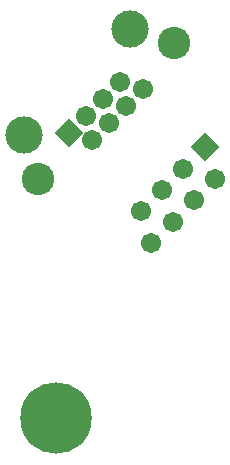
<source format=gbs>
%FSLAX25Y25*%
%MOIN*%
G70*
G01*
G75*
G04 Layer_Color=16711935*
%ADD10R,0.10500X0.04300*%
%ADD11C,0.02000*%
%ADD12C,0.03000*%
%ADD13C,0.23000*%
%ADD14C,0.11614*%
%ADD15C,0.05906*%
%ADD16P,0.08352X4X90.0*%
%ADD17C,0.10000*%
%ADD18C,0.03500*%
%ADD19C,0.03000*%
%ADD20C,0.00787*%
%ADD21C,0.01200*%
%ADD22C,0.00800*%
%ADD23R,0.11300X0.05100*%
%ADD24C,0.03800*%
%ADD25C,0.23800*%
%ADD26C,0.12414*%
%ADD27C,0.06706*%
%ADD28P,0.09483X4X90.0*%
%ADD29C,0.10800*%
D24*
X-147330Y84768D02*
D03*
X-145422Y87622D02*
D03*
X-142568Y89530D02*
D03*
X-139200Y90200D02*
D03*
X-135832Y89530D02*
D03*
X-132977Y87622D02*
D03*
X-131070Y84768D02*
D03*
X-130400Y81400D02*
D03*
X-131070Y78032D02*
D03*
X-132977Y75178D02*
D03*
X-135832Y73270D02*
D03*
X-139200Y72600D02*
D03*
X-142568Y73270D02*
D03*
X-145422Y75178D02*
D03*
X-147330Y78032D02*
D03*
X-148000Y81400D02*
D03*
D25*
X-139200D02*
D03*
D26*
X-149755Y175645D02*
D03*
X-114400Y211000D02*
D03*
D27*
X-110157Y191201D02*
D03*
X-127128Y174230D02*
D03*
X-117936Y193322D02*
D03*
X-115814Y185544D02*
D03*
X-121471Y179887D02*
D03*
X-129249Y182009D02*
D03*
X-123592Y187665D02*
D03*
X-110836Y150458D02*
D03*
X-107300Y139851D02*
D03*
X-100229Y146922D02*
D03*
X-103764Y157529D02*
D03*
X-96693Y164600D02*
D03*
X-93158Y153993D02*
D03*
X-86087Y161065D02*
D03*
D28*
X-134906Y176352D02*
D03*
X-89622Y171671D02*
D03*
D29*
X-99904Y206404D02*
D03*
X-145159Y161149D02*
D03*
M02*

</source>
